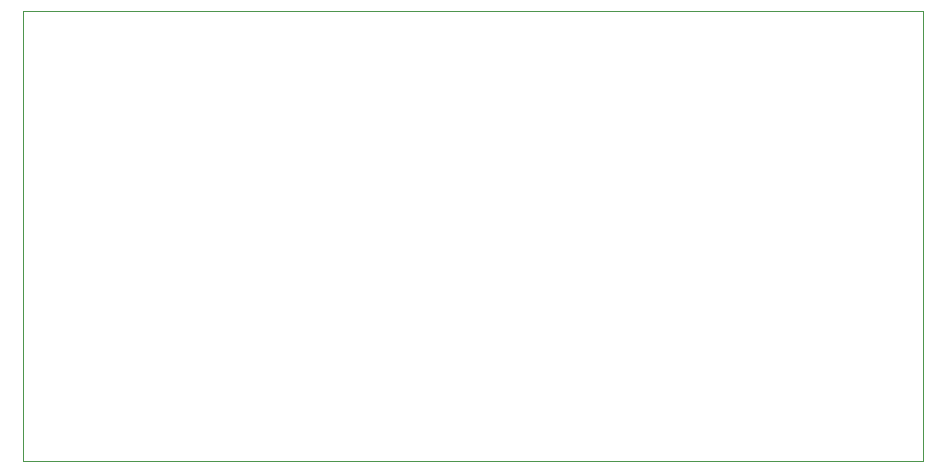
<source format=gbr>
G04 #@! TF.GenerationSoftware,KiCad,Pcbnew,(5.1.5-0)*
G04 #@! TF.CreationDate,2020-04-02T18:54:50-07:00*
G04 #@! TF.ProjectId,Attenuator,41747465-6e75-4617-946f-722e6b696361,rev?*
G04 #@! TF.SameCoordinates,Original*
G04 #@! TF.FileFunction,Profile,NP*
%FSLAX46Y46*%
G04 Gerber Fmt 4.6, Leading zero omitted, Abs format (unit mm)*
G04 Created by KiCad (PCBNEW (5.1.5-0)) date 2020-04-02 18:54:50*
%MOMM*%
%LPD*%
G04 APERTURE LIST*
%ADD10C,0.050000*%
G04 APERTURE END LIST*
D10*
X156210000Y-88900000D02*
X156210000Y-50800000D01*
X80010000Y-88900000D02*
X156210000Y-88900000D01*
X80010000Y-50800000D02*
X80010000Y-88900000D01*
X156210000Y-50800000D02*
X80010000Y-50800000D01*
M02*

</source>
